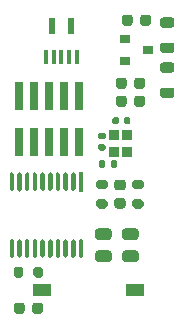
<source format=gtp>
G04 #@! TF.GenerationSoftware,KiCad,Pcbnew,(5.1.10)-1*
G04 #@! TF.CreationDate,2021-11-12T00:22:47+01:00*
G04 #@! TF.ProjectId,devboard-stm32g030f6p6,64657662-6f61-4726-942d-73746d333267,rev?*
G04 #@! TF.SameCoordinates,Original*
G04 #@! TF.FileFunction,Paste,Top*
G04 #@! TF.FilePolarity,Positive*
%FSLAX46Y46*%
G04 Gerber Fmt 4.6, Leading zero omitted, Abs format (unit mm)*
G04 Created by KiCad (PCBNEW (5.1.10)-1) date 2021-11-12 00:22:47*
%MOMM*%
%LPD*%
G01*
G04 APERTURE LIST*
%ADD10R,0.850000X0.950000*%
%ADD11R,0.900000X0.800000*%
%ADD12R,0.380766X1.655236*%
%ADD13R,1.500000X1.000000*%
%ADD14R,0.740000X2.400000*%
%ADD15R,0.600000X1.350000*%
%ADD16R,0.400000X1.250000*%
G04 APERTURE END LIST*
G36*
G01*
X115193000Y-87447000D02*
X115693000Y-87447000D01*
G75*
G02*
X115918000Y-87672000I0J-225000D01*
G01*
X115918000Y-88122000D01*
G75*
G02*
X115693000Y-88347000I-225000J0D01*
G01*
X115193000Y-88347000D01*
G75*
G02*
X114968000Y-88122000I0J225000D01*
G01*
X114968000Y-87672000D01*
G75*
G02*
X115193000Y-87447000I225000J0D01*
G01*
G37*
G36*
G01*
X115193000Y-85897000D02*
X115693000Y-85897000D01*
G75*
G02*
X115918000Y-86122000I0J-225000D01*
G01*
X115918000Y-86572000D01*
G75*
G02*
X115693000Y-86797000I-225000J0D01*
G01*
X115193000Y-86797000D01*
G75*
G02*
X114968000Y-86572000I0J225000D01*
G01*
X114968000Y-86122000D01*
G75*
G02*
X115193000Y-85897000I225000J0D01*
G01*
G37*
D10*
X114928000Y-83566000D03*
X114928000Y-82116000D03*
X116078000Y-82116000D03*
X116078000Y-83566000D03*
D11*
X117840000Y-74930000D03*
X115840000Y-75880000D03*
X115840000Y-73980000D03*
G36*
G01*
X112145000Y-90897864D02*
X112145000Y-90897864D01*
G75*
G02*
X112335383Y-91088247I0J-190383D01*
G01*
X112335383Y-92362717D01*
G75*
G02*
X112145000Y-92553100I-190383J0D01*
G01*
X112145000Y-92553100D01*
G75*
G02*
X111954617Y-92362717I0J190383D01*
G01*
X111954617Y-91088247D01*
G75*
G02*
X112145000Y-90897864I190383J0D01*
G01*
G37*
G36*
G01*
X111495000Y-90897864D02*
X111495000Y-90897864D01*
G75*
G02*
X111685383Y-91088247I0J-190383D01*
G01*
X111685383Y-92362717D01*
G75*
G02*
X111495000Y-92553100I-190383J0D01*
G01*
X111495000Y-92553100D01*
G75*
G02*
X111304617Y-92362717I0J190383D01*
G01*
X111304617Y-91088247D01*
G75*
G02*
X111495000Y-90897864I190383J0D01*
G01*
G37*
G36*
G01*
X110845000Y-90897864D02*
X110845000Y-90897864D01*
G75*
G02*
X111035383Y-91088247I0J-190383D01*
G01*
X111035383Y-92362717D01*
G75*
G02*
X110845000Y-92553100I-190383J0D01*
G01*
X110845000Y-92553100D01*
G75*
G02*
X110654617Y-92362717I0J190383D01*
G01*
X110654617Y-91088247D01*
G75*
G02*
X110845000Y-90897864I190383J0D01*
G01*
G37*
G36*
G01*
X110195000Y-90897864D02*
X110195000Y-90897864D01*
G75*
G02*
X110385383Y-91088247I0J-190383D01*
G01*
X110385383Y-92362717D01*
G75*
G02*
X110195000Y-92553100I-190383J0D01*
G01*
X110195000Y-92553100D01*
G75*
G02*
X110004617Y-92362717I0J190383D01*
G01*
X110004617Y-91088247D01*
G75*
G02*
X110195000Y-90897864I190383J0D01*
G01*
G37*
G36*
G01*
X109545000Y-90897864D02*
X109545000Y-90897864D01*
G75*
G02*
X109735383Y-91088247I0J-190383D01*
G01*
X109735383Y-92362717D01*
G75*
G02*
X109545000Y-92553100I-190383J0D01*
G01*
X109545000Y-92553100D01*
G75*
G02*
X109354617Y-92362717I0J190383D01*
G01*
X109354617Y-91088247D01*
G75*
G02*
X109545000Y-90897864I190383J0D01*
G01*
G37*
G36*
G01*
X108895000Y-90897864D02*
X108895000Y-90897864D01*
G75*
G02*
X109085383Y-91088247I0J-190383D01*
G01*
X109085383Y-92362717D01*
G75*
G02*
X108895000Y-92553100I-190383J0D01*
G01*
X108895000Y-92553100D01*
G75*
G02*
X108704617Y-92362717I0J190383D01*
G01*
X108704617Y-91088247D01*
G75*
G02*
X108895000Y-90897864I190383J0D01*
G01*
G37*
G36*
G01*
X108245000Y-90897864D02*
X108245000Y-90897864D01*
G75*
G02*
X108435383Y-91088247I0J-190383D01*
G01*
X108435383Y-92362717D01*
G75*
G02*
X108245000Y-92553100I-190383J0D01*
G01*
X108245000Y-92553100D01*
G75*
G02*
X108054617Y-92362717I0J190383D01*
G01*
X108054617Y-91088247D01*
G75*
G02*
X108245000Y-90897864I190383J0D01*
G01*
G37*
G36*
G01*
X107595000Y-90897864D02*
X107595000Y-90897864D01*
G75*
G02*
X107785383Y-91088247I0J-190383D01*
G01*
X107785383Y-92362717D01*
G75*
G02*
X107595000Y-92553100I-190383J0D01*
G01*
X107595000Y-92553100D01*
G75*
G02*
X107404617Y-92362717I0J190383D01*
G01*
X107404617Y-91088247D01*
G75*
G02*
X107595000Y-90897864I190383J0D01*
G01*
G37*
G36*
G01*
X106945000Y-90897864D02*
X106945000Y-90897864D01*
G75*
G02*
X107135383Y-91088247I0J-190383D01*
G01*
X107135383Y-92362717D01*
G75*
G02*
X106945000Y-92553100I-190383J0D01*
G01*
X106945000Y-92553100D01*
G75*
G02*
X106754617Y-92362717I0J190383D01*
G01*
X106754617Y-91088247D01*
G75*
G02*
X106945000Y-90897864I190383J0D01*
G01*
G37*
G36*
G01*
X106295000Y-90897864D02*
X106295000Y-90897864D01*
G75*
G02*
X106485383Y-91088247I0J-190383D01*
G01*
X106485383Y-92362717D01*
G75*
G02*
X106295000Y-92553100I-190383J0D01*
G01*
X106295000Y-92553100D01*
G75*
G02*
X106104617Y-92362717I0J190383D01*
G01*
X106104617Y-91088247D01*
G75*
G02*
X106295000Y-90897864I190383J0D01*
G01*
G37*
G36*
G01*
X106295000Y-85246900D02*
X106295000Y-85246900D01*
G75*
G02*
X106485383Y-85437283I0J-190383D01*
G01*
X106485383Y-86711753D01*
G75*
G02*
X106295000Y-86902136I-190383J0D01*
G01*
X106295000Y-86902136D01*
G75*
G02*
X106104617Y-86711753I0J190383D01*
G01*
X106104617Y-85437283D01*
G75*
G02*
X106295000Y-85246900I190383J0D01*
G01*
G37*
G36*
G01*
X106945000Y-85246900D02*
X106945000Y-85246900D01*
G75*
G02*
X107135383Y-85437283I0J-190383D01*
G01*
X107135383Y-86711753D01*
G75*
G02*
X106945000Y-86902136I-190383J0D01*
G01*
X106945000Y-86902136D01*
G75*
G02*
X106754617Y-86711753I0J190383D01*
G01*
X106754617Y-85437283D01*
G75*
G02*
X106945000Y-85246900I190383J0D01*
G01*
G37*
G36*
G01*
X107595000Y-85246900D02*
X107595000Y-85246900D01*
G75*
G02*
X107785383Y-85437283I0J-190383D01*
G01*
X107785383Y-86711753D01*
G75*
G02*
X107595000Y-86902136I-190383J0D01*
G01*
X107595000Y-86902136D01*
G75*
G02*
X107404617Y-86711753I0J190383D01*
G01*
X107404617Y-85437283D01*
G75*
G02*
X107595000Y-85246900I190383J0D01*
G01*
G37*
G36*
G01*
X108245000Y-85246900D02*
X108245000Y-85246900D01*
G75*
G02*
X108435383Y-85437283I0J-190383D01*
G01*
X108435383Y-86711753D01*
G75*
G02*
X108245000Y-86902136I-190383J0D01*
G01*
X108245000Y-86902136D01*
G75*
G02*
X108054617Y-86711753I0J190383D01*
G01*
X108054617Y-85437283D01*
G75*
G02*
X108245000Y-85246900I190383J0D01*
G01*
G37*
G36*
G01*
X108895000Y-85246900D02*
X108895000Y-85246900D01*
G75*
G02*
X109085383Y-85437283I0J-190383D01*
G01*
X109085383Y-86711753D01*
G75*
G02*
X108895000Y-86902136I-190383J0D01*
G01*
X108895000Y-86902136D01*
G75*
G02*
X108704617Y-86711753I0J190383D01*
G01*
X108704617Y-85437283D01*
G75*
G02*
X108895000Y-85246900I190383J0D01*
G01*
G37*
G36*
G01*
X109545000Y-85246900D02*
X109545000Y-85246900D01*
G75*
G02*
X109735383Y-85437283I0J-190383D01*
G01*
X109735383Y-86711753D01*
G75*
G02*
X109545000Y-86902136I-190383J0D01*
G01*
X109545000Y-86902136D01*
G75*
G02*
X109354617Y-86711753I0J190383D01*
G01*
X109354617Y-85437283D01*
G75*
G02*
X109545000Y-85246900I190383J0D01*
G01*
G37*
G36*
G01*
X110195000Y-85246900D02*
X110195000Y-85246900D01*
G75*
G02*
X110385383Y-85437283I0J-190383D01*
G01*
X110385383Y-86711753D01*
G75*
G02*
X110195000Y-86902136I-190383J0D01*
G01*
X110195000Y-86902136D01*
G75*
G02*
X110004617Y-86711753I0J190383D01*
G01*
X110004617Y-85437283D01*
G75*
G02*
X110195000Y-85246900I190383J0D01*
G01*
G37*
G36*
G01*
X110845000Y-85246900D02*
X110845000Y-85246900D01*
G75*
G02*
X111035383Y-85437283I0J-190383D01*
G01*
X111035383Y-86711753D01*
G75*
G02*
X110845000Y-86902136I-190383J0D01*
G01*
X110845000Y-86902136D01*
G75*
G02*
X110654617Y-86711753I0J190383D01*
G01*
X110654617Y-85437283D01*
G75*
G02*
X110845000Y-85246900I190383J0D01*
G01*
G37*
G36*
G01*
X111495000Y-85246900D02*
X111495000Y-85246900D01*
G75*
G02*
X111685383Y-85437283I0J-190383D01*
G01*
X111685383Y-86711753D01*
G75*
G02*
X111495000Y-86902136I-190383J0D01*
G01*
X111495000Y-86902136D01*
G75*
G02*
X111304617Y-86711753I0J190383D01*
G01*
X111304617Y-85437283D01*
G75*
G02*
X111495000Y-85246900I190383J0D01*
G01*
G37*
D12*
X112145000Y-86074518D03*
D13*
X108826000Y-95250000D03*
X116726000Y-95250000D03*
G36*
G01*
X114665000Y-84767000D02*
X114665000Y-84397000D01*
G75*
G02*
X114800000Y-84262000I135000J0D01*
G01*
X115070000Y-84262000D01*
G75*
G02*
X115205000Y-84397000I0J-135000D01*
G01*
X115205000Y-84767000D01*
G75*
G02*
X115070000Y-84902000I-135000J0D01*
G01*
X114800000Y-84902000D01*
G75*
G02*
X114665000Y-84767000I0J135000D01*
G01*
G37*
G36*
G01*
X113645000Y-84767000D02*
X113645000Y-84397000D01*
G75*
G02*
X113780000Y-84262000I135000J0D01*
G01*
X114050000Y-84262000D01*
G75*
G02*
X114185000Y-84397000I0J-135000D01*
G01*
X114185000Y-84767000D01*
G75*
G02*
X114050000Y-84902000I-135000J0D01*
G01*
X113780000Y-84902000D01*
G75*
G02*
X113645000Y-84767000I0J135000D01*
G01*
G37*
G36*
G01*
X108121000Y-94001000D02*
X108121000Y-93451000D01*
G75*
G02*
X108321000Y-93251000I200000J0D01*
G01*
X108721000Y-93251000D01*
G75*
G02*
X108921000Y-93451000I0J-200000D01*
G01*
X108921000Y-94001000D01*
G75*
G02*
X108721000Y-94201000I-200000J0D01*
G01*
X108321000Y-94201000D01*
G75*
G02*
X108121000Y-94001000I0J200000D01*
G01*
G37*
G36*
G01*
X106471000Y-94001000D02*
X106471000Y-93451000D01*
G75*
G02*
X106671000Y-93251000I200000J0D01*
G01*
X107071000Y-93251000D01*
G75*
G02*
X107271000Y-93451000I0J-200000D01*
G01*
X107271000Y-94001000D01*
G75*
G02*
X107071000Y-94201000I-200000J0D01*
G01*
X106671000Y-94201000D01*
G75*
G02*
X106471000Y-94001000I0J200000D01*
G01*
G37*
G36*
G01*
X116692000Y-87547000D02*
X117242000Y-87547000D01*
G75*
G02*
X117442000Y-87747000I0J-200000D01*
G01*
X117442000Y-88147000D01*
G75*
G02*
X117242000Y-88347000I-200000J0D01*
G01*
X116692000Y-88347000D01*
G75*
G02*
X116492000Y-88147000I0J200000D01*
G01*
X116492000Y-87747000D01*
G75*
G02*
X116692000Y-87547000I200000J0D01*
G01*
G37*
G36*
G01*
X116692000Y-85897000D02*
X117242000Y-85897000D01*
G75*
G02*
X117442000Y-86097000I0J-200000D01*
G01*
X117442000Y-86497000D01*
G75*
G02*
X117242000Y-86697000I-200000J0D01*
G01*
X116692000Y-86697000D01*
G75*
G02*
X116492000Y-86497000I0J200000D01*
G01*
X116492000Y-86097000D01*
G75*
G02*
X116692000Y-85897000I200000J0D01*
G01*
G37*
G36*
G01*
X113644000Y-87547000D02*
X114194000Y-87547000D01*
G75*
G02*
X114394000Y-87747000I0J-200000D01*
G01*
X114394000Y-88147000D01*
G75*
G02*
X114194000Y-88347000I-200000J0D01*
G01*
X113644000Y-88347000D01*
G75*
G02*
X113444000Y-88147000I0J200000D01*
G01*
X113444000Y-87747000D01*
G75*
G02*
X113644000Y-87547000I200000J0D01*
G01*
G37*
G36*
G01*
X113644000Y-85897000D02*
X114194000Y-85897000D01*
G75*
G02*
X114394000Y-86097000I0J-200000D01*
G01*
X114394000Y-86497000D01*
G75*
G02*
X114194000Y-86697000I-200000J0D01*
G01*
X113644000Y-86697000D01*
G75*
G02*
X113444000Y-86497000I0J200000D01*
G01*
X113444000Y-86097000D01*
G75*
G02*
X113644000Y-85897000I200000J0D01*
G01*
G37*
D14*
X112014000Y-78809300D03*
X112014000Y-82709300D03*
X110744000Y-78809300D03*
X110744000Y-82709300D03*
X109474000Y-78809300D03*
X109474000Y-82709300D03*
X108204000Y-78809300D03*
X108204000Y-82709300D03*
X106934000Y-78809300D03*
X106934000Y-82709300D03*
D15*
X109690000Y-72845000D03*
X111290000Y-72845000D03*
D16*
X109190000Y-75495000D03*
X109840000Y-75495000D03*
X110490000Y-75495000D03*
X111140000Y-75495000D03*
X111790000Y-75495000D03*
G36*
G01*
X119824750Y-73035000D02*
X119062250Y-73035000D01*
G75*
G02*
X118843500Y-72816250I0J218750D01*
G01*
X118843500Y-72378750D01*
G75*
G02*
X119062250Y-72160000I218750J0D01*
G01*
X119824750Y-72160000D01*
G75*
G02*
X120043500Y-72378750I0J-218750D01*
G01*
X120043500Y-72816250D01*
G75*
G02*
X119824750Y-73035000I-218750J0D01*
G01*
G37*
G36*
G01*
X119824750Y-75160000D02*
X119062250Y-75160000D01*
G75*
G02*
X118843500Y-74941250I0J218750D01*
G01*
X118843500Y-74503750D01*
G75*
G02*
X119062250Y-74285000I218750J0D01*
G01*
X119824750Y-74285000D01*
G75*
G02*
X120043500Y-74503750I0J-218750D01*
G01*
X120043500Y-74941250D01*
G75*
G02*
X119824750Y-75160000I-218750J0D01*
G01*
G37*
G36*
G01*
X119062250Y-78095000D02*
X119824750Y-78095000D01*
G75*
G02*
X120043500Y-78313750I0J-218750D01*
G01*
X120043500Y-78751250D01*
G75*
G02*
X119824750Y-78970000I-218750J0D01*
G01*
X119062250Y-78970000D01*
G75*
G02*
X118843500Y-78751250I0J218750D01*
G01*
X118843500Y-78313750D01*
G75*
G02*
X119062250Y-78095000I218750J0D01*
G01*
G37*
G36*
G01*
X119062250Y-75970000D02*
X119824750Y-75970000D01*
G75*
G02*
X120043500Y-76188750I0J-218750D01*
G01*
X120043500Y-76626250D01*
G75*
G02*
X119824750Y-76845000I-218750J0D01*
G01*
X119062250Y-76845000D01*
G75*
G02*
X118843500Y-76626250I0J218750D01*
G01*
X118843500Y-76188750D01*
G75*
G02*
X119062250Y-75970000I218750J0D01*
G01*
G37*
G36*
G01*
X116788250Y-90990000D02*
X115875750Y-90990000D01*
G75*
G02*
X115632000Y-90746250I0J243750D01*
G01*
X115632000Y-90258750D01*
G75*
G02*
X115875750Y-90015000I243750J0D01*
G01*
X116788250Y-90015000D01*
G75*
G02*
X117032000Y-90258750I0J-243750D01*
G01*
X117032000Y-90746250D01*
G75*
G02*
X116788250Y-90990000I-243750J0D01*
G01*
G37*
G36*
G01*
X116788250Y-92865000D02*
X115875750Y-92865000D01*
G75*
G02*
X115632000Y-92621250I0J243750D01*
G01*
X115632000Y-92133750D01*
G75*
G02*
X115875750Y-91890000I243750J0D01*
G01*
X116788250Y-91890000D01*
G75*
G02*
X117032000Y-92133750I0J-243750D01*
G01*
X117032000Y-92621250D01*
G75*
G02*
X116788250Y-92865000I-243750J0D01*
G01*
G37*
G36*
G01*
X114502250Y-90990000D02*
X113589750Y-90990000D01*
G75*
G02*
X113346000Y-90746250I0J243750D01*
G01*
X113346000Y-90258750D01*
G75*
G02*
X113589750Y-90015000I243750J0D01*
G01*
X114502250Y-90015000D01*
G75*
G02*
X114746000Y-90258750I0J-243750D01*
G01*
X114746000Y-90746250D01*
G75*
G02*
X114502250Y-90990000I-243750J0D01*
G01*
G37*
G36*
G01*
X114502250Y-92865000D02*
X113589750Y-92865000D01*
G75*
G02*
X113346000Y-92621250I0J243750D01*
G01*
X113346000Y-92133750D01*
G75*
G02*
X113589750Y-91890000I243750J0D01*
G01*
X114502250Y-91890000D01*
G75*
G02*
X114746000Y-92133750I0J-243750D01*
G01*
X114746000Y-92621250D01*
G75*
G02*
X114502250Y-92865000I-243750J0D01*
G01*
G37*
G36*
G01*
X114089000Y-82477000D02*
X113749000Y-82477000D01*
G75*
G02*
X113609000Y-82337000I0J140000D01*
G01*
X113609000Y-82057000D01*
G75*
G02*
X113749000Y-81917000I140000J0D01*
G01*
X114089000Y-81917000D01*
G75*
G02*
X114229000Y-82057000I0J-140000D01*
G01*
X114229000Y-82337000D01*
G75*
G02*
X114089000Y-82477000I-140000J0D01*
G01*
G37*
G36*
G01*
X114089000Y-83437000D02*
X113749000Y-83437000D01*
G75*
G02*
X113609000Y-83297000I0J140000D01*
G01*
X113609000Y-83017000D01*
G75*
G02*
X113749000Y-82877000I140000J0D01*
G01*
X114089000Y-82877000D01*
G75*
G02*
X114229000Y-83017000I0J-140000D01*
G01*
X114229000Y-83297000D01*
G75*
G02*
X114089000Y-83437000I-140000J0D01*
G01*
G37*
G36*
G01*
X115770000Y-81069000D02*
X115770000Y-80729000D01*
G75*
G02*
X115910000Y-80589000I140000J0D01*
G01*
X116190000Y-80589000D01*
G75*
G02*
X116330000Y-80729000I0J-140000D01*
G01*
X116330000Y-81069000D01*
G75*
G02*
X116190000Y-81209000I-140000J0D01*
G01*
X115910000Y-81209000D01*
G75*
G02*
X115770000Y-81069000I0J140000D01*
G01*
G37*
G36*
G01*
X114810000Y-81069000D02*
X114810000Y-80729000D01*
G75*
G02*
X114950000Y-80589000I140000J0D01*
G01*
X115230000Y-80589000D01*
G75*
G02*
X115370000Y-80729000I0J-140000D01*
G01*
X115370000Y-81069000D01*
G75*
G02*
X115230000Y-81209000I-140000J0D01*
G01*
X114950000Y-81209000D01*
G75*
G02*
X114810000Y-81069000I0J140000D01*
G01*
G37*
G36*
G01*
X116007000Y-78998000D02*
X116007000Y-79498000D01*
G75*
G02*
X115782000Y-79723000I-225000J0D01*
G01*
X115332000Y-79723000D01*
G75*
G02*
X115107000Y-79498000I0J225000D01*
G01*
X115107000Y-78998000D01*
G75*
G02*
X115332000Y-78773000I225000J0D01*
G01*
X115782000Y-78773000D01*
G75*
G02*
X116007000Y-78998000I0J-225000D01*
G01*
G37*
G36*
G01*
X117557000Y-78998000D02*
X117557000Y-79498000D01*
G75*
G02*
X117332000Y-79723000I-225000J0D01*
G01*
X116882000Y-79723000D01*
G75*
G02*
X116657000Y-79498000I0J225000D01*
G01*
X116657000Y-78998000D01*
G75*
G02*
X116882000Y-78773000I225000J0D01*
G01*
X117332000Y-78773000D01*
G75*
G02*
X117557000Y-78998000I0J-225000D01*
G01*
G37*
G36*
G01*
X116007000Y-77474000D02*
X116007000Y-77974000D01*
G75*
G02*
X115782000Y-78199000I-225000J0D01*
G01*
X115332000Y-78199000D01*
G75*
G02*
X115107000Y-77974000I0J225000D01*
G01*
X115107000Y-77474000D01*
G75*
G02*
X115332000Y-77249000I225000J0D01*
G01*
X115782000Y-77249000D01*
G75*
G02*
X116007000Y-77474000I0J-225000D01*
G01*
G37*
G36*
G01*
X117557000Y-77474000D02*
X117557000Y-77974000D01*
G75*
G02*
X117332000Y-78199000I-225000J0D01*
G01*
X116882000Y-78199000D01*
G75*
G02*
X116657000Y-77974000I0J225000D01*
G01*
X116657000Y-77474000D01*
G75*
G02*
X116882000Y-77249000I225000J0D01*
G01*
X117332000Y-77249000D01*
G75*
G02*
X117557000Y-77474000I0J-225000D01*
G01*
G37*
G36*
G01*
X116515000Y-72140000D02*
X116515000Y-72640000D01*
G75*
G02*
X116290000Y-72865000I-225000J0D01*
G01*
X115840000Y-72865000D01*
G75*
G02*
X115615000Y-72640000I0J225000D01*
G01*
X115615000Y-72140000D01*
G75*
G02*
X115840000Y-71915000I225000J0D01*
G01*
X116290000Y-71915000D01*
G75*
G02*
X116515000Y-72140000I0J-225000D01*
G01*
G37*
G36*
G01*
X118065000Y-72140000D02*
X118065000Y-72640000D01*
G75*
G02*
X117840000Y-72865000I-225000J0D01*
G01*
X117390000Y-72865000D01*
G75*
G02*
X117165000Y-72640000I0J225000D01*
G01*
X117165000Y-72140000D01*
G75*
G02*
X117390000Y-71915000I225000J0D01*
G01*
X117840000Y-71915000D01*
G75*
G02*
X118065000Y-72140000I0J-225000D01*
G01*
G37*
G36*
G01*
X108021000Y-97024000D02*
X108021000Y-96524000D01*
G75*
G02*
X108246000Y-96299000I225000J0D01*
G01*
X108696000Y-96299000D01*
G75*
G02*
X108921000Y-96524000I0J-225000D01*
G01*
X108921000Y-97024000D01*
G75*
G02*
X108696000Y-97249000I-225000J0D01*
G01*
X108246000Y-97249000D01*
G75*
G02*
X108021000Y-97024000I0J225000D01*
G01*
G37*
G36*
G01*
X106471000Y-97024000D02*
X106471000Y-96524000D01*
G75*
G02*
X106696000Y-96299000I225000J0D01*
G01*
X107146000Y-96299000D01*
G75*
G02*
X107371000Y-96524000I0J-225000D01*
G01*
X107371000Y-97024000D01*
G75*
G02*
X107146000Y-97249000I-225000J0D01*
G01*
X106696000Y-97249000D01*
G75*
G02*
X106471000Y-97024000I0J225000D01*
G01*
G37*
M02*

</source>
